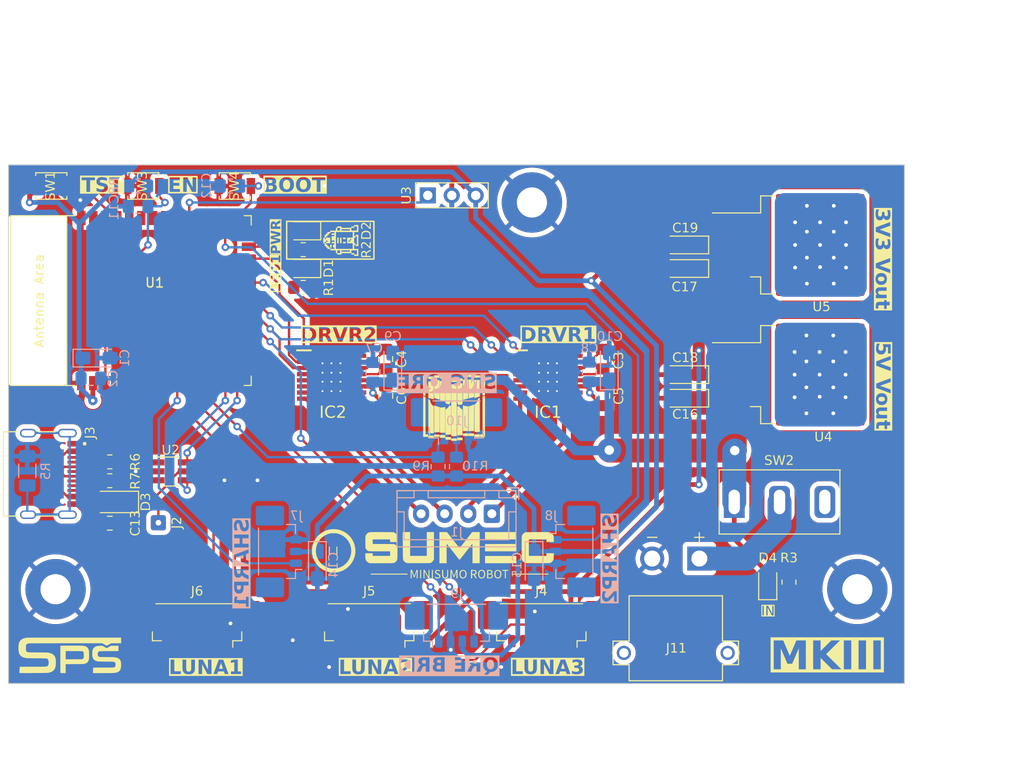
<source format=kicad_pcb>
(kicad_pcb (version 20240108) (generator "pcbnew") (generator_version "8.0")
  (layers (0 "F.Cu" signal) (31 "B.Cu" signal) (34 "B.Paste" user) (35 "F.Paste" user) (36 "B.SilkS" user "B.Silkscreen") (37 "F.SilkS" user "F.Silkscreen") (38 "B.Mask" user) (39 "F.Mask" user) (44 "Edge.Cuts" user))
  (net 0 "")
  (net 1 "GND")
  (net 2 "EN")
  (net 3 "BOOT")
  (net 4 "VBUS 5V")
  (net 5 "IR MODULE")
  (net 6 "+5V")
  (net 7 "TEST PROGRAM")
  (net 8 "D-")
  (net 9 "D+")
  (net 10 "VBATT")
  (net 11 "QRE1113 A")
  (net 12 "QRE1113 B")
  (net 13 "QRE1113 C")
  (net 14 "SHARP 1")
  (net 15 "SHARP 2")
  (net 16 "+3V3")
  (net 17 "Net-(D2-K)")
  (net 18 "Net-(D1-K)")
  (net 19 "SDA")
  (net 20 "SCL")
  (net 21 "D+ IN")
  (net 22 "D- IN")
  (net 23 "Net-(IC2-CPL)")
  (net 25 "Net-(IC2-CPH)")
  (net 26 "Net-(IC2-VCP)")
  (net 27 "PWM1")
  (net 28 "IN1")
  (net 33 "OUT 1A")
  (net 34 "OUT 1B")
  (net 35 "PWM2")
  (net 36 "IN2")
  (net 37 "OUT 2A")
  (net 38 "OUT 2B")
  (net 39 "nSLEEP")
  (net 40 "+12V")
  (net 41 "LED1")
  (net 42 "LED2")
  (net 43 "Net-(D3-A)")
  (net 44 "Net-(R6-Pad2)")
  (net 45 "Net-(IC1-CPL)")
  (net 46 "Net-(IC1-CPH)")
  (net 47 "Net-(IC1-VCP)")
  (net 56 "Net-(J3-SHIELD-PadS1)")
  (net 59 "Net-(J10-Pin_2)")
  (net 60 "Net-(R7-Pad2)")
  (net 78 "Net-(D4-K)")
  (net 79 "unconnected-(U1-SPIIO7{slash}GPIO36{slash}FSPICLK{slash}SUBSPICLK-Pad29)")
  (footprint "sumec-smdV2_library:DRV8874" (layer "F.Cu") (at 124.762 93.025)
    (property "Reference" "IC2")
    (property "Value" "DRV8874PWPR" (hide yes))
  )
  (footprint "Button_Switch_SMD:SW_SPST_B3U-1000P" (layer "F.Cu") (at 95.05 72.75)
    (property "Reference" "SW1")
    (property "Value" "SW_Push" (hide yes))
  )
  (footprint "Button_Switch_SMD:SW_SPST_B3U-1000P" (layer "F.Cu") (at 114.5 72.75)
    (property "Reference" "SW4")
    (property "Value" "SW_Push" (hide yes))
  )
  (footprint "sumec-smdV2_library:R2D2" (layer "F.Cu") (at 125.75 78.5 90)
    (property "Reference" "R20" (hide yes))
    (property "Value" "R" (hide yes))
  )
  (footprint "sumec-smdV2_library:SPS LOGO" (layer "F.Cu") (at 97 122.5)
    (property "Reference" "R4" (hide yes))
    (property "Value" "R" (hide yes))
  )
  (footprint "MountingHole:MountingHole_3.2mm_M3_Pad" (layer "F.Cu") (at 95.5 115.5)
    (property "Reference" "H1" (hide yes))
    (property "Value" "MountingHole_Pad" (hide yes))
  )
  (footprint "sumec-smdV2_library:DRV8874" (layer "F.Cu") (at 147.7 93.025)
    (property "Reference" "IC1")
    (property "Value" "DRV8874PWPR" (hide yes))
  )
  (footprint "Connector_Wire:SolderWire-0.1sqmm_1x01_D0.4mm_OD1mm" (layer "F.Cu") (at 106.4 108.45 90)
    (property "Reference" "J2")
    (property "Value" "Conn_01x01_Pin" (hide yes))
  )
  (footprint "Package_TO_SOT_SMD:TO-263-3_TabPin2" (layer "F.Cu") (at 175.075 92.75)
    (property "Reference" "U4")
    (property "Value" "LM1084-5.0" (hide yes))
  )
  (footprint "Capacitor_SMD:C_0805_2012Metric_Pad1.18x1.45mm_HandSolder" (layer "F.Cu") (at 153.5 91.1 -90)
    (property "Reference" "C3")
    (property "Value" "22nF.hb" (hide yes))
  )
  (footprint "Capacitor_Tantalum_SMD:CP_EIA-3216-18_Kemet-A_Pad1.58x1.35mm_HandSolder" (layer "F.Cu") (at 162.25 79 180)
    (property "Reference" "C19")
    (property "Value" "10uF.stabl" (hide yes))
  )
  (footprint "Resistor_SMD:R_0805_2012Metric_Pad1.20x1.40mm_HandSolder" (layer "F.Cu") (at 173.25 114.75 90)
    (property "Reference" "R3")
    (property "Value" "560R" (hide yes))
  )
  (footprint "Resistor_SMD:R_0805_2012Metric_Pad1.20x1.40mm_HandSolder" (layer "F.Cu") (at 121.75 79.5)
    (property "Reference" "R2")
    (property "Value" "100R" (hide yes))
  )
  (footprint "LED_SMD:LED_0805_2012Metric_Pad1.15x1.40mm_HandSolder" (layer "F.Cu") (at 171 114.75 90)
    (property "Reference" "D4")
    (property "Value" "LED" (hide yes))
  )
  (footprint "Diode_SMD:D_1206_3216Metric_Pad1.42x1.75mm_HandSolder" (layer "F.Cu") (at 101.8375 106.25 180)
    (property "Reference" "D3")
    (property "Value" "D_Schottky" (hide yes))
  )
  (footprint "Capacitor_Tantalum_SMD:CP_EIA-3216-18_Kemet-A_Pad1.58x1.35mm_HandSolder" (layer "F.Cu") (at 162.25 81.5 180)
    (property "Reference" "C17")
    (property "Value" "10uF.stabl" (hide yes))
  )
  (footprint "Resistor_SMD:R_0805_2012Metric_Pad1.20x1.40mm_HandSolder" (layer "F.Cu") (at 101.25 104)
    (property "Reference" "R7")
    (property "Value" "15R" (hide yes))
  )
  (footprint "Resistor_SMD:R_0805_2012Metric_Pad1.20x1.40mm_HandSolder" (layer "F.Cu") (at 121.75 83.5)
    (property "Reference" "R1")
    (property "Value" "100R" (hide yes))
  )
  (footprint "LED_SMD:LED_0805_2012Metric_Pad1.15x1.40mm_HandSolder" (layer "F.Cu") (at 121.75 77.5 180)
    (property "Reference" "D2")
    (property "Value" "LED" (hide yes))
  )
  (footprint "sumec-smdV2_library:AMASS_XT30PW-M" (layer "F.Cu") (at 161.25 122.25 180)
    (property "Reference" "J11")
    (property "Value" "XT30PW-M" (hide yes))
  )
  (footprint "MountingHole:MountingHole_3.2mm_M3_Pad" (layer "F.Cu") (at 146 74.5 180)
    (property "Reference" "H3" (hide yes))
    (property "Value" "MountingHole_Pad" (hide yes))
  )
  (footprint "Package_TO_SOT_SMD:TO-263-3_TabPin2" (layer "F.Cu") (at 175.075 79)
    (property "Reference" "U5")
    (property "Value" "LM1084-3.3" (hide yes))
  )
  (footprint "Resistor_SMD:R_0805_2012Metric_Pad1.20x1.40mm_HandSolder" (layer "F.Cu") (at 101.25 102)
    (property "Reference" "R6")
    (property "Value" "15R" (hide yes))
  )
  (footprint "Capacitor_SMD:C_0805_2012Metric_Pad1.18x1.45mm_HandSolder" (layer "F.Cu") (at 153.5 95 90)
    (property "Reference" "C5")
    (property "Value" "100nF" (hide yes))
  )
  (footprint "Capacitor_SMD:C_0805_2012Metric_Pad1.18x1.45mm_HandSolder" (layer "F.Cu") (at 101.25 108.5 180)
    (property "Reference" "C13")
    (property "Value" "100nF" (hide yes))
  )
  (footprint "Button_Switch_SMD:SW_SPST_B3U-1000P" (layer "F.Cu") (at 104.8 72.75)
    (property "Reference" "SW3")
    (property "Value" "SW_Push" (hide yes))
  )
  (footprint "Connector_Molex:Molex_PicoBlade_53398-0671_1x06-1MP_P1.25mm_Vertical" (layer "F.Cu") (at 128.75 119.75 180)
    (property "Reference" "J5")
    (property "Value" "Conn_01x06_Pin" (hide yes))
  )
  (footprint "PCM_Espressif:ESP32-S3-WROOM-1" (layer "F.Cu") (at 106.49 84.9 90)
    (property "Reference" "U1")
    (property "Value" "ESP32-S3-WROOM-1" (hide yes))
  )
  (footprint "Capacitor_SMD:C_0805_2012Metric_Pad1.18x1.45mm_HandSolder" (layer "F.Cu") (at 130.5 91.1 -90)
    (property "Reference" "C4")
    (property "Value" "22nF.hb" (hide yes))
  )
  (footprint "sumec-smdV2_library:VIGIL 2" (layer "F.Cu") (at 137.75 96.25)
    (property "Reference" "R12" (hide yes))
    (property "Value" "R" (hide yes))
  )
  (footprint "Capacitor_Tantalum_SMD:CP_EIA-3216-18_Kemet-A_Pad1.58x1.35mm_HandSolder" (layer "F.Cu") (at 162.25 92.75 180)
    (property "Reference" "C18")
    (property "Value" "10uF.stabl" (hide yes))
  )
  (footprint "Connector_Molex:Molex_PicoBlade_53398-0671_1x06-1MP_P1.25mm_Vertical" (layer "F.Cu") (at 147 119.75 180)
    (property "Reference" "J4")
    (property "Value" "Conn_01x06_Pin" (hide yes))
  )
  (footprint "Package_TO_SOT_SMD:TSOT-23-6_HandSoldering" (layer "F.Cu") (at 107.75 103)
    (property "Reference" "U2")
    (property "Value" "USBLC6-2SC6" (hide yes))
  )
  (footprint "sumec-smdV2_library:TSOP" (layer "F.Cu") (at 134.96 73.75 90)
    (property "Reference" "U3")
    (property "Value" "TSOP382xx" (hide yes))
  )
  (footprint "Capacitor_SMD:C_0805_2012Metric_Pad1.18x1.45mm_HandSolder" (layer "F.Cu") (at 130.5 95 90)
    (property "Reference" "C6")
    (property "Value" "100nF" (hide yes))
  )
  (footprint "sumec-smdV2_library:Custom_SPDT_4.8mm_Switch" (layer "F.Cu") (at 172.15 106.25 90)
    (property "Reference" "SW2")
    (property "Value" "SW_DPDT_x2" (hide yes))
  )
  (footprint "sumec-smdV2_library:Logo" (layer "F.Cu") (at 134.972632 112.08431)
    (property "Reference" "R21" (hide yes))
    (property "Value" "R" (hide yes))
  )
  (footprint "LED_SMD:LED_0805_2012Metric_Pad1.15x1.40mm_HandSolder" (layer "F.Cu") (at 121.75 81.5 180)
    (property "Reference" "D1")
    (property "Value" "LED" (hide yes))
  )
  (footprint "sumec-smdV2_library:USB_Type_C" (layer "F.Cu") (at 92.58 103.275 -90)
    (property "Reference" "J3")
    (property "Value" "TYPE-C-31-M-12" (hide yes))
  )
  (footprint "Connector_Molex:Molex_PicoBlade_53398-0671_1x06-1MP_P1.25mm_Vertical" (layer "F.Cu") (at 110.5 119.75 180)
    (property "Reference" "J6")
    (property "Value" "Conn_01x06_Pin" (hide yes))
  )
  (footprint "MountingHole:MountingHole_3.2mm_M3_Pad" (layer "F.Cu") (at 180.5 115.5 180)
    (property "Reference" "H2" (hide yes))
    (property "Value" "MountingHole_Pad" (hide yes))
  )
  (footprint "Capacitor_Tantalum_SMD:CP_EIA-3216-18_Kemet-A_Pad1.58x1.35mm_HandSolder" (layer "F.Cu") (at 162.25 95.25 180)
    (property "Reference" "C16")
    (property "Value" "10uF.stabl" (hide yes))
  )
  (footprint "Capacitor_Tantalum_SMD:CP_EIA-3216-18_Kemet-A_Pad1.58x1.35mm_HandSolder" (layer "B.Cu") (at 99.8375 91)
    (property "Reference" "C1")
    (property "Value" "10uF.mcu" (hide yes))
  )
  (footprint "Connector_Molex:Molex_PicoBlade_53398-0371_1x03-1MP_P1.25mm_Vertical" (layer "B.Cu") (at 138 98.25)
    (property "Reference" "J10")
    (property "Value" "Conn_01x03_Pin" (hide yes))
  )
  (footprint "Capacitor_SMD:C_0805_2012Metric_Pad1.18x1.45mm_HandSolder" (layer "B.Cu") (at 99.2375 93.15)
    (property "Reference" "C2")
    (property "Value" "100nF.mcu" (hide yes))
  )
  (footprint "Resistor_SMD:R_1206_3216Metric_Pad1.30x1.75mm_HandSolder" (layer "B.Cu") (at 92.5 102.95 90)
    (property "Reference" "R5")
    (property "Value" "0R" (hide yes))
  )
  (footprint "Capacitor_SMD:C_0805_2012Metric_Pad1.18x1.45mm_HandSolder" (layer "B.Cu") (at 129.15 92.5 -90)
    (property "Reference" "C7")
    (property "Value" "100nF.hb" (hide yes))
  )
  (footprint "Capacitor_SMD:C_0805_2012Metric_Pad1.18x1.45mm_HandSolder" (layer "B.Cu") (at 104.25 74.9 180)
    (property "Reference" "C11")
    (property "Value" "100nF.en" (hide yes))
  )
  (footprint "Capacitor_Tantalum_SMD:CP_EIA-3216-18_Kemet-A_Pad1.58x1.35mm_HandSolder" (layer "B.Cu") (at 131.25 91.9 90)
    (property "Reference" "C9")
    (property "Value" "10uF.hb" (hide yes))
  )
  (footprint "Resistor_SMD:R_0805_2012Metric_Pad1.20x1.40mm_HandSolder" (layer "B.Cu") (at 104.25 72.75 180)
    (property "Reference" "R8")
    (property "Value" "10k.mcu" (hide yes))
  )
  (footprint "Connector_Molex:Molex_PicoBlade_53398-0371_1x03-1MP_P1.25mm_Vertical" (layer "B.Cu") (at 149.75 111.5 -90)
    (property "Reference" "J8")
    (property "Value" "Conn_01x03_Pin" (hide yes))
  )
  (footprint "Connector_JST:JST_XH_B4B-XH-A_1x04_P2.50mm_Vertical" (layer "B.Cu") (at 141.75 107.5 180)
    (property "Reference" "J1")
    (property "Value" "Conn_01x04_Pin" (hide yes))
  )
  (footprint "Capacitor_Tantalum_SMD:CP_EIA-3216-18_Kemet-A_Pad1.58x1.35mm_HandSolder" (layer "B.Cu") (at 146.225 112.9375 -90)
    (property "Reference" "C15")
    (property "Value" "10uF.shrp" (hide yes))
  )
  (footprint "Capacitor_SMD:C_0805_2012Metric_Pad1.18x1.45mm_HandSolder" (layer "B.Cu") (at 152.1 92.4625 -90)
    (property "Reference" "C8")
    (property "Value" "100nF.hb" (hide yes))
  )
  (footprint "Capacitor_Tantalum_SMD:CP_EIA-3216-18_Kemet-A_Pad1.58x1.35mm_HandSolder" (layer "B.Cu") (at 154.2 91.8625 90)
    (property "Reference" "C10")
    (property "Value" "10uF.hb" (hide yes))
  )
  (footprint "Resistor_SMD:R_0805_2012Metric_Pad1.20x1.40mm_HandSolder" (layer "B.Cu") (at 136.05 102.5 90)
    (property "Reference" "R9")
    (property "Value" "10k" (hide yes))
  )
  (footprint "Connector_Molex:Molex_PicoBlade_53398-0371_1x03-1MP_P1.25mm_Vertical" (layer "B.Cu") (at 119.725 111.5 90)
    (property "Reference" "J7")
    (property "Value" "Conn_01x03_Pin" (hide yes))
  )
  (footprint "Connector_Molex:Molex_PicoBlade_53398-0471_1x04-1MP_P1.25mm_Vertical" (layer "B.Cu") (at 138 119.8)
    (property "Reference" "J9")
    (property "Value" "Conn_01x04_Pin" (hide yes))
  )
  (footprint "Capacitor_Tantalum_SMD:CP_EIA-3216-18_Kemet-A_Pad1.58x1.35mm_HandSolder" (layer "B.Cu") (at 123.25 112.9375 -90)
    (property "Reference" "C14")
    (property "Value" "10uF.shrp" (hide yes))
  )
  (footprint "Capacitor_SMD:C_0805_2012Metric_Pad1.18x1.45mm_HandSolder" (layer "B.Cu") (at 114 72.75 180)
    (property "Reference" "C12")
    (property "Value" "100nF.boot" (hide yes))
  )
  (footprint "Resistor_SMD:R_0805_2012Metric_Pad1.20x1.40mm_HandSolder" (layer "B.Cu") (at 138 102.5 90)
    (property "Reference" "R10")
    (property "Value" "100" (hide yes))
  )
  (gr_rect (start 120 76.5) (end 129.25 80.5) (stroke (width 0.15)) (fill none) (layer "F.SilkS"))
  (gr_rect (start 90.5 70.5) (end 185.5 125.5) (stroke (width 0.1)) (fill none) (layer "Edge.Cuts"))
  (gr_text "SHARP1" (at 116.218812 108 90) (layer "B.SilkS" knockout) (effects (font (size 1.5 1.5) (thickness 0.3) (bold yes)) (justify left bottom mirror)))
  (gr_text "QRE BRD" (at 142.5 124.5 -0) (layer "B.SilkS" knockout) (effects (font (size 1.5 1.5) (thickness 0.3) (bold yes)) (justify left bottom mirror)))
  (gr_text "SNG QRE" (at 142.25 94.5 0) (layer "B.SilkS" knockout) (effects (font (size 1.5 1.5) (thickness 0.3) (bold yes)) (justify left bottom mirror)))
  (gr_text "SHARP2" (at 155.25 107.5 90) (layer "B.SilkS" knockout) (effects (font (size 1.5 1.5) (thickness 0.3) (bold yes)) (justify left bottom mirror)))
  (gr_text "MKIII" (at 171.25 124.5 0) (layer "F.SilkS" knockout) (effects (font (size 3 3) (thickness 0.3) (bold yes)) (justify left bottom)))
  (gr_text "BOOT" (at 117.5 72.75 0) (layer "F.SilkS" knockout) (effects (font (size 1.5 1.5) (thickness 0.3) (bold yes)) (justify left)))
  (gr_text "LED1" (at 119.5 84 90) (layer "F.SilkS" knockout) (effects (font (size 1 1) (thickness 0.125) (bold yes)) (justify left bottom)))
  (gr_text "TST" (at 98.25 72.75 0) (layer "F.SilkS" knockout) (effects (font (size 1.5 1.5) (thickness 0.3) (bold yes)) (justify left)))
  (gr_text "5V Vout" (at 182.25 89.3 270) (layer "F.SilkS" knockout) (effects (font (size 1.5 1.5) (thickness 0.3) (bold yes)) (justify left bottom)))
  (gr_text "LUNA1" (at 107.5 124.75 0) (layer "F.SilkS" knockout) (effects (font (size 1.5 1.5) (thickness 0.3) (bold yes)) (justify left bottom)))
  (gr_text "3V3 Vout" (at 182.2 75.1 270) (layer "F.SilkS" knockout) (effects (font (size 1.5 1.5) (thickness 0.3) (bold yes)) (justify left bottom)))
  (gr_text "PWR" (at 119.5 80 90) (layer "F.SilkS" knockout) (effects (font (size 1 1) (thickness 0.125) (bold yes)) (justify left bottom)))
  (gr_text "LUNA2" (at 125.5 124.75 0) (layer "F.SilkS" knockout) (effects (font (size 1.5 1.5) (thickness 0.3) (bold yes)) (justify left bottom)))
  (gr_text "LUNA3" (at 143.75 124.75 0) (layer "F.SilkS" knockout) (effects (font (size 1.5 1.5) (thickness 0.3) (bold yes)) (justify left bottom)))
  (gr_text "EN" (at 109 72.75 0) (layer "F.SilkS" knockout) (effects (font (size 1.5 1.5) (thickness 0.3) (bold yes))))
  (gr_text "DRVR2" (at 121.5 89.5 0) (layer "F.SilkS" knockout) (effects (font (size 1.5 1.5) (thickness 0.3) (bold yes)) (justify left bottom)))
  (gr_text "DRVR1" (at 144.75 89.5 0) (layer "F.SilkS" knockout) (effects (font (size 1.5 1.5) (thickness 0.3) (bold yes)) (justify left bottom)))
  (segment (start 97.32 100.05) (end 97.345 100.075) (width 0.508) (layer "F.Cu") (net 1))
  (segment (start 147.688 93.025) (end 147 92.337) (width 0.508) (layer "F.Cu") (net 1))
  (segment (start 123.9 91.5) (end 123.9 90.6) (width 0.508) (layer "F.Cu") (net 1))
  (segment (start 148.6 91.5) (end 148.5 91.4) (width 0.508) (layer "F.Cu") (net 1))
  (segment (start 148.5 90.6) (end 147.7 89.8) (width 0.508) (layer "F.Cu") (net 1))
  (segment (start 127.688 95.3) (end 127.688 96.388) (width 0.45) (layer "F.Cu") (net 1))
  (segment (start 106.04 103) (end 104 103) (width 0.5) (layer "F.Cu") (net 1))
  (segment (start 97.75 106.45) (end 98.5 107.2) (width 0.508) (layer "F.Cu") (net 1))
  (segment (start 150.626 91.4) (end 150.626 89.75) (width 0.45) (layer "F.Cu") (net 1))
  (segment (start 147 92.337) (end 147 90.5) (width 0.508) (layer "F.Cu") (net 1))
  (segment (start 97.32 106.45) (end 97.75 106.45) (width 0.508) (layer "F.Cu") (net 1))
  (segment (start 147.7 92.5) (end 147.7 89.8) (width 1.27) (layer "F.Cu") (net 1))
  (segment (start 145.125 121) (end 146.375 121) (width 0.254) (layer "F.Cu") (net 1))
  (segment (start 127.688 91.4) (end 127.688 89.812) (width 0.45) (layer "F.Cu") (net 1))
  (segment (start 123.9 90.6) (end 124.75 89.75) (width 0.508) (layer "F.Cu") (net 1))
  (segment (start 147 90.5) (end 147.7 89.8) (width 0.508) (layer "F.Cu") (net 1))
  (segment (start 97.345 100.075) (end 99.975 100.075) (width 0.508) (layer "F.Cu") (net 1))
  (segment (start 148.5 91.4) (end 148.5 90.6) (width 0.508) (layer "F.Cu") (net 1))
  (segment (start 109.875 121) (end 108.625 121) (width 0.254) (layer "F.Cu") (net 1))
  (segment (start 98.5 107.2) (end 98.5 110) (width 0.508) (layer "F.Cu") (net 1))
  (segment (start 150.626 95.3) (end 150.626 96.4) (width 0.45) (layer "F.Cu") (net 1))
  (segment (start 125.6 90.6) (end 124.75 89.75) (width 0.508) (layer "F.Cu") (net 1))
  (segment (start 125.6 91.5) (end 125.6 90.6) (width 0.508) (layer "F.Cu") (net 1))
  (segment (start 124.75 89.75) (end 124.75 92.55) (width 1.27) (layer "F.Cu") (net 1))
  (segment (start 126.875 121) (end 128.125 121) (width 0.254) (layer "F.Cu") (net 1))
  (segment (start 122.75 79.5) (end 124.5 79.5) (width 1) (layer "F.Cu") (net 1))
  (via (at 123.8 94.5) (size 0.5) (drill 0.2) (layers "F.Cu" "B.Cu") (net 1))
  (via (at 124.5 123.75) (size 0.8) (drill 0.4) (layers "F.Cu" "B.Cu") (net 1))
  (via (at 146.75 94.5) (size 0.5) (drill 0.2) (layers "F.Cu" "B.Cu") (net 1))
  (via (at 104 103) (size 0.8) (drill 0.4) (layers "F.Cu" "B.Cu") (net 1))
  (via (at 146.75 93.5) (size 0.5) (drill 0.2) (layers "F.Cu" "B.Cu") (net 1))
  (via (at 120.65 120.904) (size 0.8) (drill 0.4) (layers "F.Cu" "B.Cu") (net 1))
  (via (at 148.65 91.55) (size 0.5) (drill 0.2) (layers "F.Cu" "B.Cu") (net 1))
  (via (at 123.8 91.55) (size 0.5) (drill 0.2) (layers "F.Cu" "B.Cu") (net 1))
  (via (at 148.65 92.55) (size 0.5) (drill 0.2) (layers "F.Cu" "B.Cu") (net 1))
  (via (at 146.75 91.55) (size 0.5) (drill 0.2) (layers "F.Cu" "B.Cu") (net 1))
  (via (at 98.119748 74.241352) (size 0.8) (drill 0.4) (layers "F.Cu" "B.Cu") (net 1))
  (via (at 124 72.75) (size 0.8) (drill 0.4) (layers "F.Cu" "B.Cu") (net 1))
  (via (at 142.75 123.75) (size 0.8) (drill 0.4) (layers "F.Cu" "B.Cu") (net 1))
  (via (at 146.304 117.856) (size 0.8) (drill 0.4) (layers "F.Cu" "B.Cu") (net 1))
  (via (at 147.7 91.55) (size 0.5) (drill 0.2) (layers "F.Cu" "B.Cu") (net 1))
  (via (at 123.8 92.55) (size 0.5) (drill 0.2) (layers "F.Cu" "B.Cu") (net 1))
  (via (at 147.7 92.55) (size 0.5) (drill 0.2) (layers "F.Cu" "B.Cu") (net 1))
  (via (at 125.7 92.55) (size 0.5) (drill 0.2) (layers "F.Cu" "B.Cu") (net 1))
  (via (at 114.046 119.126) (size 0.8) (drill 0.4) (layers "F.Cu" "B.Cu") (net 1))
  (via (at 123.8 93.5) (size 0.5) (drill 0.2) (layers "F.Cu" "B.Cu") (net 1))
  (via (at 124.75 92.55) (size 0.5) (drill 0.2) (layers "F.Cu" "B.Cu") (net 1))
  (via (at 146.75 92.55) (size 0.5) (drill 0.2) (layers "F.Cu" "B.Cu") (net 1))
  (via (at 147.7 93.5) (size 0.5) (drill 0.2) (layers "F.Cu" "B.Cu") (net 1))
  (via (at 124.75 93.5) (size 0.5) (drill 0.2) (layers "F.Cu" "B.Cu") (net 1))
  (via (at 125.7 94.5) (size 0.5) (drill 0.2) (layers "F.Cu" "B.Cu") (net 1))
  (via (at 147.7 94.5) (size 0.5) (drill 0.2) (layers "F.Cu" "B.Cu") (net 1))
  (via (at 116.9 103.95) (size 0.8) (drill 0.4) (layers "F.Cu" "B.Cu") (net 1))
  (via (at 124.75 91.55) (size 0.5) (drill 0.2) (layers "F.Cu" "B.Cu") (net 1))
  (via (at 137.4 121.92) (size 0.8) (drill 0.4) (layers "F.Cu" "B.Cu") (net 1))
  (via (at 148.65 94.5) (size 0.5) (drill 0.2) (layers "F.Cu" "B.Cu") (net 1))
  (via (at 125.7 93.5) (size 0.5) (drill 0.2) (layers "F.Cu" "B.Cu") (net 1))
  (via (at 125.7 91.55) (size 0.5) (drill 0.2) (layers "F.Cu" "B.Cu") (net 1))
  (via (at 148.65 93.5) (size 0.5) (drill 0.2) (layers "F.Cu" "B.Cu") (net 1))
  (via (at 113.4 103.947167) (size 0.8) (drill 0.4) (layers "F.Cu" "B.Cu") (net 1))
  (via (at 124.75 94.5) (size 0.5) (drill 0.2) (layers "F.Cu" "B.Cu") (net 1))
  (via (at 126.492 117.602) (size 0.8) (drill 0.4) (layers "F.Cu" "B.Cu") (net 1))
  (segment (start 112.9625 72.75) (end 109.75 72.75) (width 1) (layer "B.Cu") (net 1))
  (segment (start 100.78 93.65) (end 100.78 83.52) (width 0.254) (layer "F.Cu") (net 2))
  (segment (start 100.78 83.52) (end 105.3 79) (width 0.254) (layer "F.Cu") (net 2))
  (segment (start 106.5 73.9) (end 106.5 72.75) (width 0.254) (layer "F.Cu") (net 2))
  (segment (start 107.1 74.5) (end 106.5 73.9) (width 0.254) (layer "F.Cu") (net 2))
  (via (at 105.3 79) (size 0.8) (drill 0.4) (layers "F.Cu" "B.Cu") (net 2))
  (via (at 107.1 74.5) (size 0.8) (drill 0.4) (layers "F.Cu" "B.Cu") (net 2))
  (segment (start 105.2875 78.9875) (end 105.2875 74.9) (width 0.254) (layer "B.Cu") (net 2))
  (segment (start 107.1 74.5) (end 106.7 74.9) (width 0.254) (layer "B.Cu") (net 2))
  (segment (start 106.7 74.9) (end 105.2875 74.9) (width 0.254) (layer "B.Cu") (net 2))
  (segment (start 105.2875 74.9) (end 105.2875 72.7875) (width 0.254) (layer "B.Cu") (net 2))
  (segment (start 105.3 79) (end 105.2875 78.9875) (width 0.254) (layer "B.Cu") (net 2))
  (segment (start 116.2 72.75) (end 116.2 74.55) (width 0.254) (layer "F.Cu") (net 3))
  (segment (start 117 72.75) (end 116.2 72.75) (width 0.254) (layer "F.Cu") (net 3))
  (segment (start 116.2 74.55) (end 114.75 76) (width 0.254) (layer "F.Cu") (net 3))
  (segment (start 114.75 76) (end 114.75 76.15) (width 0.254) (layer "F.Cu") (net 3))
  (via (at 117 72.75) (size 0.8) (drill 0.4) (layers "F.Cu" "B.Cu") (net 3))
  (segment (start 117 72.75) (end 115.25 72.75) (width 0.254) (layer "B.Cu") (net 3))
  (segment (start 106.4 108.45) (end 106.4 107.12538) (width 0.25) (layer "F.Cu") (net 4))
  (segment (start 102.2875 108.45) (end 102.2875 107.2875) (width 0.25) (layer "F.Cu") (net 4))
  (segment (start 102.2875 107.2875) (end 103.325 106.25) (width 0.25) (layer "F.Cu") (net 4))
  (segment (start 108.6 103) (end 109.46 103) (width 0.25) (layer "F.Cu") (net 4))
  (segment (start 105.52462 106.25) (end 107.8 103.97462) (width 0.25) (layer "F.Cu") (net 4))
  (segment (start 103.325 106.25) (end 105.52462 106.25) (width 0.25) (layer "F.Cu") (net 4))
  (segment (start 106.4 107.12538) (end 105.52462 106.25) (width 0.25) (layer "F.Cu") (net 4))
  (segment (start 107.8 103.97462) (end 107.8 103.8) (width 0.25) (layer "F.Cu") (net 4))
  (segment (start 107.8 103.8) (end 108.6 103) (width 0.25) (layer "F.Cu") (net 4))
  (segment (start 109.7 74.5) (end 109.67 74.53) (width 0.254) (layer "F.Cu") (net 5))
  (segment (start 109.67 74.53) (end 109.67 76.15) (width 0.254) (layer "F.Cu") (net 5))
  (via (at 109.7 74.5) (size 0.8) (drill 0.4) (layers "F.Cu" "B.Cu") (net 5))
  (segment (start 134.21 74.5) (end 134.96 73.75) (width 0.254) (layer "B.Cu") (net 5))
  (segment (start 109.7 74.5) (end 134.21 74.5) (width 0.254) (layer "B.Cu") (net 5))
  (segment (start 167.425 92.75) (end 165.35 92.75) (width 1.27) (layer "F.Cu") (net 6))
  (segment (start 163.7 90.2) (end 163.7 93.05) (width 0.508) (layer "F.Cu") (net 6))
  (segment (start 163.6875 92.75) (end 169.5 92.75) (width 1.27) (layer "F.Cu") (net 6))
  (segment (start 163.7 104.4) (end 161.5 104.4) (width 0.508) (layer "F.Cu") (net 6))
  (segment (start 169.71 81.5) (end 163.6875 81.5) (width 1.27) (layer "F.Cu") (net 6))
  (segment (start 163.6875 81.5) (end 167.385 81.5) (width 1.27) (layer "F.Cu") (net 6))
  (segment (start 163.6875 92.75) (end 163.6875 81.5) (width 1.27) (layer "F.Cu") (net 6))
  (segment (start 122.25 115.75) (end 117 121) (width 0.508) (layer "F.Cu") (net 6))
  (segment (start 131.875 121) (end 131.875 118.375) (width 0.508) (layer "F.Cu") (net 6))
  (segment (start 150.15 115.75) (end 150.125 115.775) (width 0.508) (layer "F.Cu") (net 6))
  (segment (start 140.25 115.75) (end 135 121) (width 0.508) (layer "F.Cu") (net 6))
  (segment (start 150.125 115.775) (end 150.125 121) (width 0.508) (layer "F.Cu") (net 6))
  (segment (start 150.15 115.75) (end 140.25 115.75) (width 0.508) (layer "F.Cu") (net 6))
  (segment (start 135 121) (end 131.875 121) (width 0.508) (layer "F.Cu") (net 6))
  (segment (start 129.25 115.75) (end 122.25 115.75) (width 0.508) (layer "F.Cu") (net 6))
  (segment (start 117 121) (end 113.625 121) (width 0.508) (layer "F.Cu") (net 6))
  (segment (start 161.5 104.4) (end 150.15 115.75) (width 0.508) (layer "F.Cu") (net 6))
  (segment (start 131.875 118.375) (end 129.25 115.75) (width 0.508) (layer "F.Cu") (net 6))
  (via (at 176.5 90.35) (size 0.8) (drill 0.4) (layers "F.Cu" "B.Cu") (net 6))
  (via (at 163.7 104.4) (size 0.8) (drill 0.4) (layers "F.Cu" "B.Cu") (net 6))
  (via (at 177.95 91.35) (size 0.8) (drill 0.4) (layers "F.Cu" "B.Cu") (net 6))
  (via (at 179.25 90.35) (size 0.8) (drill 0.4) (layers "F.Cu" "B.Cu") (net 6))
  (via (at 175.1 94.1) (size 0.8) (drill 0.4) (layers "F.Cu" "B.Cu") (net 6))
  (via (at 176.5 95.1) (size 0.8) (drill 0.4) (layers "F.Cu" "B.Cu") (net 6))
  (via (at 177.95 94.1) (size 0.8) (drill 0.4) (layers "F.Cu" "B.Cu") (net 6))
  (via (at 175.1 91.35) (size 0.8) (drill 0.4) (layers "F.Cu" "B.Cu") (net 6))
  (via (at 173.85 95.15) (size 0.8) (drill 0.4) (layers "F.Cu" "B.Cu") (net 6))
  (via (at 175.1 96.85) (size 0.8) (drill 0.4) (layers "F.Cu" "B.Cu") (net 6))
  (via (at 177.95 88.6) (size 0.8) (drill 0.4) (layers "F.Cu" "B.Cu") (net 6))
  (via (at 177.95 96.85) (size 0.8) (drill 0.4) (layers "F.Cu" "B.Cu") (net 6))
  (via (at 173.85 92.75) (size 0.8) (drill 0.4) (layers "F.Cu" "B.Cu") (net 6))
  (via (at 175.1 88.6) (size 0.8) (drill 0.4) (layers "F.Cu" "B.Cu") (net 6))
  (via (at 179.25 95.15) (size 0.8) (drill 0.4) (layers "F.Cu" "B.Cu") (net 6))
  (via (at 179.25 92.75) (size 0.8) (drill 0.4) (layers "F.Cu" "B.Cu") (net 6))
  (via (at 176.5 92.75) (size 0.8) (drill 0.4) (layers "F.Cu" "B.Cu") (net 6))
  (via (at 163.7 90.2) (size 0.8) (drill 0.4) (layers "F.Cu" "B.Cu") (net 6))
  (via (at 173.85 90.35) (size 0.8) (drill 0.4) (layers "F.Cu" "B.Cu") (net 6))
  (segment (start 163.7 90.2) (end 163.7 104.4) (width 0.508) (layer "B.Cu") (net 6))
  (segment (start 98.384 72.75) (end 100.78 75.146) (width 0.254) (layer "F.Cu") (net 7))
  (segment (start 96.75 72.75) (end 98.384 72.75) (width 0.254) (layer "F.Cu") (net 7))
  (segment (start 100.78 75.146) (end 100.78 76.15) (width 0.254) (layer "F.Cu") (net 7))
  (segment (start 113.5 95.5) (end 113.5 93.67) (width 0.254) (layer "F.Cu") (net 8))
  (segment (start 113.5 93.67) (end 113.48 93.65) (width 0.254) (layer "F.Cu") (net 8))
  (segment (start 109.45 105) (end 109.46 104.99) (width 0.2) (layer "F.Cu") (net 8))
  (segment (start 109.46 104.99) (end 109.46 103.95) (width 0.2) (layer "F.Cu") (net 8))
  (via (at 109.45 105) (size 0.8) (drill 0.4) (layers "F.Cu" "B.Cu") (net 8))
  (via (at 113.5 95.5) (size 0.8) (drill 0.4) (layers "F.Cu" "B.Cu") (net 8))
  (segment (start 109.45 105) (end 108.723 104.273) (width 0.254) (layer "B.Cu") (net 8))
  (segment (start 108.723 104.273) (end 108.723 100.277) (width 0.254) (layer "B.Cu") (net 8))
  (segment (start 108.723 100.277) (end 113.5 95.5) (width 0.254) (layer "B.Cu") (net 8))
  (segment (start 109.45 101.05) (end 109.46 101.06) (width 0.2) (layer "F.Cu") (net 9))
  (segment (start 114.75 95.5) (end 114.75 93.65) (width 0.254) (layer "F.Cu") (net 9))
  (segment (start 109.46 101.06) (end 109.46 102.05) (width 0.2) (layer "F.Cu") (net 9))
  (via (at 114.75 95.5) (size 0.8) (drill 0.4) (layers "F.Cu" "B.Cu") (net 9))
  (via (at 109.45 101.05) (size 0.8) (drill 0.4) (layers "F.Cu" "B.Cu") (net 9))
  (segment (start 109.45 101.05) (end 109.45 100.8) (width 0.254) (layer "B.Cu") (net 9))
  (segment (start 109.45 100.8) (end 114.75 95.5) (width 0.254) (layer "B.Cu") (net 9))
  (segment (start 172.25 108.75) (end 168.75 112.25) (width 2.54) (layer "B.Cu") (net 10))
  (segment (start 168.75 112.25) (end 163.75 112.25) (width 2.54) (layer "B.Cu") (net 10))
  (segment (start 172.25 106.25) (end 172.25 108.75) (width 2.54) (layer "B.Cu") (net 10))
  (segment (start 119.25 99.25) (end 119.25 91.75) (width 0.254) (layer "F.Cu") (net 11))
  (segment (start 119.25 91.75) (end 116.845 89.345) (width 0.254) (layer "F.Cu") (net 11))
  (segment (start 135.25 115.25) (end 119.25 99.25) (width 0.254) (layer "F.Cu") (net 11))
  (segment (start 116.845 89.345) (end 116 89.345) (width 0.254) (layer "F.Cu") (net 11))
  (via (at 135.25 115.25) (size 0.8) (drill 0.4) (layers "F.Cu" "B.Cu") (net 11))
  (segment (start 136.125 116.125) (end 136.125 121.05) (width 0.254) (layer "B.Cu") (net 11))
  (segment (start 135.25 115.25) (end 136.125 116.125) (width 0.254) (layer "B.Cu") (net 11))
  (segment (start 116 88.075) (end 117.004 88.075) (width 0.254) (layer "F.Cu") (net 12))
  (segment (start 121.5 99.5) (end 137.25 115.25) (width 0.254) (layer "F.Cu") (net 12))
  (segment (start 118.179 89.25) (end 118.25 89.25) (width 0.254) (layer "F.Cu") (net 12))
  (segment (start 117.004 88.075) (end 118.179 89.25) (width 0.254) (layer "F.Cu") (net 12))
  (via (at 137.25 115.25) (size 0.8) (drill 0.4) (layers "F.Cu" "B.Cu") (net 12))
  (via (at 121.5 99.5) (size 0.8) (drill 0.4) (layers "F.Cu" "B.Cu") (net 12))
  (via (at 118.25 89.25) (size 0.8) (drill 0.4) (layers "F.Cu" "B.Cu") (net 12))
  (segment (start 121.5 99.5) (end 121.5 92.5) (width 0.254) (layer "B.Cu") (net 12))
  (segment (start 121.5 92.5) (end 118.25 89.25) (width 0.254) (layer "B.Cu") (net 12))
  (segment (start 137.25 115.25) (end 139.875 117.875) (width 0.254) (layer "B.Cu") (net 12))
  (segment (start 139.875 117.875) (end 139.875 121.05) (width 0.254) (layer "B.Cu") (net 12))
  (segment (start 114.75 98.25) (end 112.21 95.71) (width 0.254) (layer "F.Cu") (net 13))
  (segment (start 112.21 95.71) (end 112.21 93.65) (width 0.254) (layer "F.Cu") (net 13))
  (via (at 114.75 98.25) (size 0.8) (drill 0.4) (layers "F.Cu" "B.Cu") (net 13))
  (segment (start 118 101.5) (end 136.05 101.5) (width 0.254) (layer "B.Cu") (net 13))
  (segment (start 136.05 100.2) (end 136.05 101.5) (width 0.254) (layer "B.Cu") (net 13))
  (segment (start 114.75 98.25) (end 118 101.5) (width 0.254) (layer "B.Cu") (net 13))
  (segment (start 136.75 99.5) (end 136.05 100.2) (width 0.254) (layer "B.Cu") (net 13))
  (segment (start 108.4 95.5) (end 108.4 93.65) (width 0.254) (layer "F.Cu") (net 14))
  (via (at 108.4 95.5) (size 0.8) (drill 0.4) (layers "F.Cu" "B.Cu") (net 14))
  (segment (start 108.4 95.5) (end 106.45 97.45) (width 0.254) (layer "B.Cu") (net 14))
  (segment (start 106.45 97.45) (end 106.45 104.75) (width 0.254) (layer "B.Cu") (net 14))
  (segment (start 114.45 112.75) (end 120.975 112.75) (width 0.254) (layer "B.Cu") (net 14))
  (segment (start 106.45 104.75) (end 114.45 112.75) (width 0.254) (layer "B.Cu") (net 14))
  (segment (start 113.48 79.23) (end 113.48 76.15) (width 0.254) (layer "F.Cu") (net 15))
  (segment (start 113.5 79.25) (end 113.48 79.23) (width 0.254) (layer "F.Cu") (net 15))
  (via (at 113.5 79.25) (size 0.8) (drill 0.4) (layers "F.Cu" "B.Cu") (net 15))
  (segment (start 122.25 85.25) (end 151.75 85.25) (width 0.254) (layer "B.Cu") (net 15))
  (segment (start 152.71875 110.25) (end 148.5 110.25) (width 0.254) (layer "B.Cu") (net 15))
  (segment (start 116.25 79.25) (end 122.25 85.25) (width 0.254) (layer "B.Cu") (net 15))
  (segment (start 113.5 79.25) (end 116.25 79.25) (width 0.254) (layer "B.Cu") (net 15))
  (segment (start 157.25 105.71875) (end 152.71875 110.25) (width 0.254) (layer "B.Cu") (net 15))
  (segment (start 151.75 85.25) (end 157.25 90.75) (width 0.254) (layer "B.Cu") (net 15))
  (segment (start 157.25 90.75) (end 157.25 105.71875) (width 0.254) (layer "B.Cu") (net 15))
  (segment (start 161.7375 77.05) (end 163.6875 79) (width 0.508) (layer "F.Cu") (net 16))
  (segment (start 92.75 74.5) (end 92.75 73.75) (width 0.508) (layer "F.Cu") (net 16))
  (segment (start 158.05 77.05) (end 161.7375 77.05) (width 0.508) (layer "F.Cu") (net 16))
  (segment (start 93.35 73.15) (end 93.35 72.75) (width 0.508) (layer "F.Cu") (net 16))
  (segment (start 93.1 73.4) (end 93.1 72.75) (width 0.254) (layer "F.Cu") (net 16))
  (segment (start 99.45 93.71) (end 99.51 93.65) (width 0.508) (layer "F.Cu") (net 16))
  (segment (start 163.6875 79) (end 169.75 79) (width 1.27) (layer "F.Cu") (net 16))
  (segment (start 152.3 82.8) (end 158.05 77.05) (width 0.508) (layer "F.Cu") (net 16))
  (segment (start 99.45 95.5) (end 99.45 93.71) (width 0.508) (layer "F.Cu") (net 16))
  (segment (start 92.75 73.75) (end 93.35 73.15) (width 0.508) (layer "F.Cu") (net 16))
  (via (at 178 80.35) (size 0.8) (drill 0.4) (layers "F.Cu" "B.Cu") (net 16))
  (via (at 178 74.85) (size 0.8) (drill 0.4) (layers "F.Cu" "B.Cu") (net 16))
  (via (at 173.9 81.4) (size 0.8) (drill 0.4) (layers "F.Cu" "B.Cu") (net 16))
  (via (at 176.55 79) (size 0.8) (drill 0.4) (layers "F.Cu" "B.Cu") (net 16))
  (via (at 175.15 83.1) (size 0.8) (drill 0.4) (layers "F.Cu" "B.Cu") (net 16))
  (via (at 178 83.1) (size 0.8) (drill 0.4) (layers "F.Cu" "B.Cu") (net 16))
  (via (at 173.9 76.6) (size 0.8) (drill 0.4) (layers "F.Cu" "B.Cu") (net 16))
  (via (at 175.15 80.35) (size 0.8) (drill 0.4) (layers "F.Cu" "B.Cu") (net 16))
  (via (at 99.45 95.5) (size 0.8) (drill 0.4) (layers "F.Cu" "B.Cu") (net 16))
  (via (at 176.55 81.35) (size 0.8) (drill 0.4) (layers "F.Cu" "B.Cu") (net 16))
  (via (at 176.55 76.6) (size 0.8) (drill 0.4) (layers "F.Cu" "B.Cu") (net 16))
  (via (at 178 77.6) (size 0.8) (drill 0.4) (layers "F.Cu" "B.Cu") (net 16))
  (via (at 179.3 79) (size 0.8) (drill 0.4) (layers "F.Cu" "B.Cu") (net 16))
  (via (at 92.75 74.5) (size 0.8) (drill 0.4) (layers "F.Cu" "B.Cu") (net 16))
  (via (at 179.3 76.6) (size 0.8) (drill 0.4) (layers "F.Cu" "B.Cu") (net 16))
  (via (at 179.3 81.4) (size 0.8) (drill 0.4) (layers "F.Cu" "B.Cu") (net 16))
  (via (at 175.15 77.6) (size 0.8) (drill 0.4) (layers "F.Cu" "B.Cu") (net 16))
  (via (at 175.15 74.85) (size 0.8) (drill 0.4) (layers "F.Cu" "B.Cu") (net 16))
  (via (at 173.9 79) (size 0.8) (drill 0.4) (layers "F.Cu" "B.Cu") (net 16))
  (via (at 152.3 82.8) (size 0.8) (drill 0.4) (layers "F.Cu" "B.Cu") (net 16))
  (segment (start 98.2 93.15) (end 98.2 94.25) (width 0.508) (layer "B.Cu") (net 16))
  (segment (start 123.25 108.75) (end 123.25 111.525) (width 0.508) (layer "B.Cu") (net 16))
  (segment (start 159.200927 89.700927) (end 159.200927 106.799073) (width 0.508) (layer "B.Cu") (net 16))
  (segment (start 92.75 74.5) (end 95.75 74.5) (width 0.508) (layer "B.Cu") (net 16))
  (segment (start 146.225 106.975) (end 146.225 111.5) (width 0.508) (layer "B.Cu") (net 16))
  (segment (start 98.2 94.25) (end 99.45 95.5) (width 0.508) (layer "B.Cu") (net 16))
  (segment (start 95.75 74.5) (end 98 76.75) (width 0.508) (layer "B.Cu") (net 16))
  (segment (start 152.3 82.8) (end 146.7 82.8) (width 0.508) (layer "B.Cu") (net 16))
  (segment (start 152.3 82.8) (end 159.200927 89.700927) (width 0.508) (layer "B.Cu") (net 16))
  (segment (start 123.25 111.525) (end 121 111.525) (width 0.508) (layer "B.Cu") (net 16))
  (segment (start 98.4 91) (end 98.2 91.2) (width 0.508) (layer "B.Cu") (net 16))
  (segment (start 98 76.75) (end 98 90.6) (width 0.508) (layer "B.Cu") (net 16))
  (segment (start 99.4625 95.4875) (end 99.45 95.5) (width 1) (layer "B.Cu") (net 16))
  (segment (start 146.225 111.5) (end 145.75 111.5) (width 0.508) (layer "B.Cu") (net 16))
  (segment (start 154.5 111.5) (end 148.5 111.5) (width 0.508) (layer "B.Cu") (net 16))
  (segment (start 138 103.5) (end 142.75 103.5) (width 0.508) (layer "B.Cu") (net 16))
  (segment (start 98 76.75) (end 102 72.75) (width 0.508) (layer "B.Cu") (net 16))
  (segment (start 144.5 112.75) (end 144.5 120.75) (width 0.508) (layer "B.Cu") (net 16))
  (segment (start 104.75 71.25) (end 137.54 71.25) (width 0.508) (layer "B.Cu") (net 16))
  (segment (start 136.05 103.5) (end 128.5 103.5) (width 0.508) (layer "B.Cu") (net 16))
  (segment (start 148.5 111.5) (end 146.225 111.5) (width 0.508) (layer "B.Cu") (net 16))
  (segment (start 159.200927 106.799073) (end 154.5 111.5) (width 0.508) (layer "B.Cu") (net 16))
  (segment (start 140.04 76.14) (end 140.04 73.75) (width 0.508) (layer "B.Cu") (net 16))
  (segment (start 103.25 72.75) (end 104.75 71.25) (width 0.508) (layer "B.Cu") (net 16))
  (segment (start 98 90.6) (end 98.4 91) (width 0.508) (layer "B.Cu") (net 16))
  (segment (start 146.7 82.8) (end 140.04 76.14) (width 0.508) (layer "B.Cu") (net 16))
  (segment (start 136.05 103.5) (end 138 103.5) (width 0.508) (layer "B.Cu") (net 16))
  (segment (start 102 72.75) (end 103.25 72.75) (width 0.508) (layer "B.Cu") (net 16))
  (segment (start 98.2 91.2) (end 98.2 93.15) (width 0.508) (layer "B.Cu") (net 16))
  (segment (start 139.25 122.5) (end 138.625 121.875) (width 0.508) (layer "B.Cu") (net 16))
  (segment (start 145.75 111.5) (end 144.5 112.75) (width 0.508) (layer "B.Cu") (net 16))
  (segment (start 144.5 120.75) (end 142.75 122.5) (width 0.508) (layer "B.Cu") (net 16))
  (segment (start 137.54 71.25) (end 140.04 73.75) (width 0.508) (layer "B.Cu") (net 16))
  (segment (start 142.75 122.5) (end 139.25 122.5) (width 0.508) (layer "B.Cu") (net 16))
  (segment (start 128.5 103.5) (end 123.25 108.75) (width 0.508) (layer "B.Cu") (net 16))
  (segment (start 138.625 121.875) (end 138.625 121.05) (width 0.508) (layer "B.Cu") (net 16))
  (segment (start 142.75 103.5) (end 146.225 106.975) (width 0.508) (layer "B.Cu") (net 16))
  (segment (start 122.75 77.5) (end 120.75 79.5) (width 0.25) (layer "F.Cu") (net 17))
  (segment (start 122.775 77.5) (end 122.75 77.5) (width 0.25) (layer "F.Cu") (net 17))
  (segment (start 122.775 81.5) (end 120.775 83.5) (width 0.254) (layer "F.Cu") (net 18))
  (segment (start 148.875 120.125) (end 148.875 121) (width 0.254) (layer "F.Cu") (net 19))
  (segment (start 148 119.25) (end 148.875 120.125) (width 0.254) (layer "F.Cu") (net 19))
  (segment (start 131.5 123) (end 140 123) (width 0.254) (layer "F.Cu") (net 19))
  (segment (start 112.375 121) (end 112.375 121.875) (width 0.254) (layer "F.Cu") (net 19))
  (segment (start 114.5 99.75) (end 114.5 117) (width 0.254) (layer "F.Cu") (net 19))
  (segment (start 140 123) (end 143.75 119.25) (width 0.254) (layer "F.Cu") (net 19))
  (segment (start 113.5 123) (end 121.75 123) (width 0.254) (layer "F.Cu") (net 19))
  (segment (start 110.94 93.65) (end 110.94 96.19) (width 0.254) (layer "F.Cu") (net 19))
  (segment (start 112.375 121.875) (end 113.5 123) (width 0.254) (layer "F.Cu") (net 19))
  (segment (start 129.75 119.25) (end 130.625 120.125) (width 0.254) (layer "F.Cu") (net 19))
  (segment (start 125.5 119.25) (end 129.75 119.25) (width 0.254) (layer "F.Cu") (net 19))
  (segment (start 112.375 119.125) (end 112.375 121) (width 0.254) (layer "F.Cu") (net 19))
  (segment (start 130.625 122.125) (end 131.5 123) (width 0.254) (layer "F.Cu") (net 19))
  (segment (start 130.625 120.125) (end 130.625 121) (width 0.254) (layer "F.Cu") (net 19))
  (segment (start 130.625 121) (end 130.625 122.125) (width 0.254) (layer "F.Cu") (net 19))
  (segment (start 121.75 123) (end 125.5 119.25) (width 0.254) (layer "F.Cu") (net 19))
  (segment (start 143.75 119.25) (end 148 119.25) (width 0.254) (layer "F.Cu") (net 19))
  (segment (start 114.5 117) (end 112.375 119.125) (width 0.254) (layer "F.Cu") (net 19))
  (segment (start 110.94 96.19) (end 114.5 99.75) (width 0.254) (layer "F.Cu") (net 19))
  (segment (start 130.5 124.75) (end 129.375 123.625) (width 0.254) (layer "F.Cu") (net 20))
  (segment (start 112.25 99.5) (end 109.67 96.92) (width 0.254) (layer "F.Cu") (net 20))
  (segment (start 129.375 123.375) (end 129.375 121) (width 0.254) (layer "F.Cu") (net 20))
  (segment (start 147.625 121) (end 147.625 121.225) (width 0.254) (layer "F.Cu") (net 20))
  (segment (start 112.25 117.25) (end 112.25 99.5) (width 0.254) (layer "F.Cu") (net 20))
  (segment (start 111.125 118.375) (end 112.25 117.25) (width 0.254) (layer "F.Cu") (net 20))
  (segment (start 109.67 96.92) (end 109.67 93.65) (width 0.254) (layer "F.Cu") (net 20))
  (segment (start 129.375 123.625) (end 128.25 124.75) (width 0.254) (layer "F.Cu") (net 20))
  (segment (start 129.375 123.625) (end 129.375 123.375) (width 0.254) (layer "F.Cu") (net 20))
  (segment (start 111.125 123.125) (end 111.125 118.375) (width 0.254) (layer "F.Cu") (net 20))
  (segment (start 112.75 124.75) (end 111.125 123.125) (width 0.254) (layer "F.Cu") (net 20))
  (segment (start 147.625 121.225) (end 144.1 124.75) (width 0.254) (layer "F.Cu") (net 20))
  (segment (start 128.25 124.75) (end 112.75 124.75) (width 0.254) (layer "F.Cu") (net 20))
  (segment (start 144.1 124.75) (end 130.5 124.75) (width 0.254) (layer "F.Cu") (net 20))
  (segment (start 100.975 105.025) (end 101.25 104.75) (width 0.25) (layer "F.Cu") (net 21))
  (segment (start 99 103.75) (end 98.75 104) (width 0.25) (layer "F.Cu") (net 21))
  (segment (start 97.345 103.025) (end 98.775 103.025) (width 0.25) (layer "F.Cu") (net 21))
  (segment (start 99 103.25) (end 99 103.75) (width 0.25) (layer "F.Cu") (net 21))
  (segment (start 97.32 103) (end 97.345 103.025) (width 0.25) (layer "F.Cu") (net 21))
  (segment (start 99.025 105.025) (end 100.975 105.025) (width 0.25) (layer "F.Cu") (net 21))
  (segment (start 98.75 104) (end 98.75 104.75) (width 0.25) (layer "F.Cu") (net 21))
  (segment (start 98.775 103.025) (end 99 103.25) (width 0.25) (layer "F.Cu") (net 21))
  (segment (start 98.75 104.75) (end 99.025 105.025) (width 0.25) (layer "F.Cu") (net 21))
  (segment (start 101.25 103) (end 100.25 102) (width 0.25) (layer "F.Cu") (net 21))
  (segment (start 97.345 104.025) (end 97.32 104) (width 0.25) (layer "F.Cu") (net 21))
  (segment (start 101.25 104.75) (end 101.25 103) (width 0.25) (layer "F.Cu") (net 21))
  (segment (start 98.75 104) (end 98.725 104.025) (width 0.25) (layer "F.Cu") (net 21))
  (segment (start 98.725 104.025) (end 97.345 104.025) (width 0.25) (layer "F.Cu") (net 21))
  (segment (start 100.25 103.863604) (end 100.25 104) (width 0.25) (layer "F.Cu") (net 22))
  (segment (start 97.295 103.525) (end 96.475 103.525) (width 0.25) (layer "F.Cu") (net 22))
  (segment (start 96.25 103.3) (end 96.25 102.7) (width 0.25) (layer "F.Cu") (net 22))
  (segment (start 97.32 103.5) (end 97.295 103.525) (width 0.25) (layer "F.Cu") (net 22))
  (segment (start 96.475 103.525) (end 96.25 103.3) (width 0.25) (layer "F.Cu") (net 22))
  (segment (start 96.425 102.525) (end 98.911396 102.525) (width 0.25) (layer "F.Cu") (net 22))
  (segment (start 96.25 102.7) (end 96.425 102.525) (width 0.25) (layer "F.Cu") (net 22))
  (segment (start 98.911396 102.525) (end 100.25 103.863604) (width 0.25) (layer "F.Cu") (net 22))
  (segment (start 128.5125 92.05) (end 127.7 92.05) (width 0.25) (layer "F.Cu") (net 23))
  (segment (start 130.5 90.0625) (end 128.5125 92.05) (width 0.25) (layer "F.Cu") (net 23))
  (segment (start 127.688 92.7) (end 129.7 92.7) (width 0.25) (layer "F.Cu") (net 25))
  (segment (start 130.4375 92.2) (end 130.5 92.1375) (width 0.25) (layer "F.Cu") (net 25))
  (segment (start 130.2 92.2) (end 130.4375 92.2) (width 0.25) (layer "F.Cu") (net 25))
  (segment (start 129.7 92.7) (end 130.2 92.2) (width 0.25) (layer "F.Cu") (net 25))
  (segment (start 129.8875 93.35) (end 130.5 93.9625) (width 0.25) (layer "F.Cu") (net 26))
  (segment (start 130.5 93.9625) (end 130.5 93.9125) (width 0.25) (layer "F.Cu") (net 26))
  (segment (start 127.7 93.35) (end 129.8875 93.35) (width 0.25) (layer "F.Cu") (net 26))
  (segment (start 117.5 82.995) (end 116 82.995) (width 0.254) (layer "F.Cu") (net 27))
  (segment (start 144 89.6) (end 144.75 90.35) (width 0.254) (layer "F.Cu") (net 27))
  (segment (start 144.75 90.35) (end 144.75 90.75) (width 0.254) (layer "F.Cu") (net 27))
  (via (at 144 89.6) (size 0.8) (drill 0.4) (layers "F.Cu" "B.Cu") (net 27))
  (via (at 117.5 82.995) (size 0.8) (drill 0.4) (layers "F.Cu" "B.Cu") (net 27))
  (segment (start 117.5 82.995) (end 117.717572 82.995) (width 0.254) (layer "B.Cu") (net 27))
  (segment (start 117.717572 82.995) (end 121.222572 86.5) (width 0.254) (layer "B.Cu") (net 27))
  (segment (start 140.9 86.5) (end 144 89.6) (width 0.254) (layer "B.Cu") (net 27))
  (segment (start 121.222572 86.5) (end 140.9 86.5) (width 0.254) (layer "B.Cu") (net 27))
  (segment (start 117.285 85.535) (end 116 85.535) (width 0.254) (layer "F.Cu") (net 28))
  (segment (start 118.25 86.5) (end 117.285 85.535) (width 0.254) (layer "F.Cu") (net 28))
  (segment (start 143.5 91.4) (end 144.75 91.4) (width 0.254) (layer "F.Cu") (net 28))
  (segment (start 141.7 89.6) (end 143.5 91.4) (width 0.254) (layer "F.Cu") (net 28))
  (via (at 141.7 89.6) (size 0.8) (drill 0.4) (layers "F.Cu" "B.Cu") (net 28))
  (via (at 118.25 86.5) (size 0.8) (drill 0.4) (layers "F.Cu" "B.Cu") (net 28))
  (segment (start 141.7 89.6) (end 139.85 87.75) (width 0.254) (layer "B.Cu") (net 28))
  (segment (start 119.5 87.75) (end 118.25 86.5) (width 0.254) (layer "B.Cu") (net 28))
  (segment (start 139.85 87.75) (end 119.5 87.75) (width 0.254) (layer "B.Cu") (net 28))
  (segment (start 144.75 101.25) (end 144.75 95.312) (width 0.45) (layer "F.Cu") (net 33))
  (segment (start 139.25 107.5) (end 139.25 106.75) (width 0.45) (layer "F.Cu") (net 33))
  (segment (start 144.75 95.312) (end 144.762 95.3) (width 0.45) (layer "F.Cu") (net 33))
  (segment (start 139.25 106.75) (end 144.75 101.25) (width 0.45) (layer "F.Cu") (net 33))
  (segment (start 149.4 99.85) (end 149.4 94.974458) (width 0.45) (layer "F.Cu") (net 34))
  (segment (start 149.4 94.974458) (end 149.724458 94.65) (width 0.45) (layer "F.Cu") (net 34))
  (segment (start 141.75 107.5) (end 149.4 99.85) (width 0.45) (layer "F.Cu") (net 34))
  (segment (start 149.724458 94.65) (end 150.626 94.65) (width 0.45) (layer "F.Cu") (net 34))
  (segment (start 121.812 90.75) (end 121.812 86.812) (width 0.254) (layer "F.Cu") (net 35))
  (segment (start 119.25 83.25) (end 117.725 81.725) (width 0.254) (layer "F.Cu") (net 35))
  (segment (start 117.725 81.725) (end 116 81.725) (width 0.254) (layer "F.Cu") (net 35))
  (segment (start 119.25 84.25) (end 119.25 83.25) (width 0.254) (layer "F.Cu") (net 35))
  (segment (start 121.812 86.812) (end 119.25 84.25) (width 0.254) (layer "F.Cu") (net 35))
  (segment (start 120.25 87) (end 120.25 90.66475) (width 0.254) (layer "F.Cu") (net 36))
  (segment (start 117.515 84.265) (end 120.25 87) (width 0.254) (layer "F.Cu") (net 36))
  (segment (start 116 84.265) (end 117.515 84.265) (width 0.254) (layer "F.Cu") (net 36))
  (segment (start 120.25 90.66475) (end 120.98525 91.4) (width 0.254) (layer "F.Cu") (net 36))
  (segment (start 120.98525 91.4) (end 121.812 91.4) (width 0.254) (layer "F.Cu") (net 36))
  (segment (start 121.824 95.3) (end 122.05 95.3) (width 0.45) (layer "F.Cu") (net 37))
  (segment (start 122.05 95.3) (end 134.25 107.5) (width 0.45) (layer "F.Cu") (net 37))
  (segment (start 127.7 94.65) (end 126.786458 94.65) (width 0.45) (layer "F.Cu") (net 38))
  (segment (start 126.45 97.25) (end 136.7 107.5) (width 0.45) (layer "F.Cu") (net 38))
  (segment (start 136.7 107.5) (end 136.75 107.5) (width 0.254) (layer "F.Cu") (net 38))
  (segment (start 126.45 94.986458) (end 126.45 97.25) (width 0.45) (layer "F.Cu") (net 38))
  (segment (start 126.786458 94.65) (end 126.45 94.986458) (width 0.45) (layer "F.Cu") (net 38))
  (segment (start 141.95 92.05) (end 144.762 92.05) (width 0.254) (layer "F.Cu") (net 39))
  (segment (start 118.25 87.9) (end 117.155 86.805) (width 0.254) (layer "F.Cu") (net 39))
  (segment (start 120.675 92.05) (end 121.812 92.05) (width 0.254) (layer "F.Cu") (net 39))
  (segment (start 139.5 89.6) (end 141.95 92.05) (width 0.254) (layer "F.Cu") (net 39))
  (segment (start 119.25 90.625) (end 120.675 92.05) (width 0.254) (layer "F.Cu") (net 39))
  (segment (start 117.155 86.805) (end 116 86.805) (width 0.254) (layer "F.Cu") (net 39))
  (segment (start 118.25 87.9) (end 119.25 88.9) (width 0.254) (layer "F.Cu") (net 39))
  (segment (start 119.25 88.9) (end 119.25 90.625) (width 0.254) (layer "F.Cu") (net 39))
  (via (at 118.25 87.9) (size 0.8) (drill 0.4) (layers "F.Cu" "B.Cu") (net 39))
  (via (at 139.5 89.6) (size 0.8) (drill 0.4) (layers "F.Cu" "B.Cu") (net 39))
  (segment (start 119.35 89) (end 118.25 87.9) (width 0.254) (layer "B.Cu") (net 39))
  (segment (start 139.5 89.6) (end 138.9 89) (width 0.254) (layer "B.Cu") (net 39))
  (segment (start 138.9 89) (end 119.35 89) (width 0.254) (layer "B.Cu") (net 39))
  (segment (start 128.8505 94) (end 127.7 94) (width 0.45) (layer "F.Cu") (net 40))
  (segment (start 130.45 95.9875) (end 130.5 95.9875) (width 0.254) (layer "F.Cu") (net 40))
  (segment (start 154.2 100.75) (end 154.25 100.8) (width 2.54) (layer "F.Cu") (net 40))
  (segment (start 152.13125 94.66875) (end 153.5 96.0375) (width 0.45) (layer "F.Cu") (net 40))
  (segment (start 151.8005 94) (end 150.626 94) (width 0.45) (layer "F.Cu") (net 40))
  (segment (start 167.45 110.175) (end 167.45 106.25) (width 0.5) (layer "F.Cu") (net 40))
  (segment (start 167.5 100.8) (end 167.5 96) (width 2.54) (layer "F.Cu") (net 40))
  (segment (start 171 113.725) (end 167.45 110.175) (width 0.5) (layer "F.Cu") (net 40))
  (segment (start 129.15 94.6875) (end 130.45 95.9875) (width 0.45) (layer "F.Cu") (net 40))
  (segment (start 129.15 94.6875) (end 129.15 94.2995) (width 0.45) (layer "F.Cu") (net 40))
  (segment (start 152.13125 94.33075) (end 151.8005 94) (width 0.45) (layer "F.Cu") (net 40))
  (segment (start 154.25 100.8) (end 167.5 100.8) (width 2.54) (layer "F.Cu") (net 40))
  (segment (start 152.13125 94.66875) (end 152.13125 94.33075) (width 0.45) (layer "F.Cu") (net 40))
  (segment (start 129.15 94.2995) (end 128.8505 94) (width 0.45) (layer "F.Cu") (net 40))
  (via (at 167.5 100.8) (size 2.54) (drill 1) (layers "F.Cu" "B.Cu") (net 40))
  (via (at 154.2 100.75) (size 2.54) (drill 1) (layers "F.Cu" "B.Cu") (net 40))
  (via (at 129.15 94.6875) (size 0.8) (drill 0.4) (layers "F.Cu" "B.Cu") (net 40))
  (via (at 152.13125 94.66875) (size 0.8) (drill 0.4) (layers "F.Cu" "B.Cu") (net 40))
  (segment (start 154.2 100.75) (end 154.15 100.8) (width 1) (layer "B.Cu") (net 40))
  (segment (start 152.13125 94.66875) (end 152.1 94.6375) (width 0.508) (layer "B.Cu") (net 40))
  (segment (start 167.5 100.8) (end 167.45 100.85) (width 2.54) (layer "B.Cu") (net 40))
  (segment (start 150.65 100.8) (end 143.1875 93.3375) (width 1) (layer "B.Cu") (net 40))
  (segment (start 129.15 93.5375) (end 131.05 93.5375) (width 1) (layer "B.Cu") (net 40))
  (segment (start 131.05 93.5375) (end 131.25 93.3375) (width 0.508) (layer "B.Cu") (net 40))
  (segment (start 167.45 100.85) (end 167.45 106.25) (width 2.54) (layer "B.Cu") (net 40))
  (segment (start 143.1875 93.3375) (end 131.25 93.3375) (width 1) (layer "B.Cu") (net 40))
  (segment (start 154 93.5) (end 154.2 93.3) (width 0.254) (layer "B.Cu") (net 40))
  (segment (start 129.15 93.5375) (end 129.15 94.6875) (width 0.508) (layer "B.Cu") (net 40))
  (segment (start 152.1 93.5) (end 154 93.5) (width 1) (layer "B.Cu") (net 40))
  (segment (start 154.15 100.8) (end 150.65 100.8) (width 1) (layer "B.Cu") (net 40))
  (segment (start 154.2 100.75) (end 154.2 93.3) (width 1) (layer "B.Cu") (net 40))
  (segment (start 152.1 94.6375) (end 152.1 93.2625) (width 0.508) (layer "B.Cu") (net 40))
  (segment (start 116 80.455) (end 118.205 80.455) (width 0.254) (layer "F.Cu") (net 41))
  (segment (start 118.205 80.455) (end 119.25 81.5) (width 0.254) (layer "F.Cu") (net 41))
  (segment (start 119.25 81.5) (end 120.725 81.5) (width 0.254) (layer "F.Cu") (net 41))
  (segment (start 118.315 79.185) (end 116 79.185) (width 0.254) (layer "F.Cu") (net 42))
  (segment (start 120.725 77.5) (end 120 77.5) (width 0.254) (layer "F.Cu") (net 42))
  (segment (start 120 77.5) (end 118.315 79.185) (width 0.254) (layer "F.Cu") (net 42))
  (segment (start 98.425 105.675) (end 99 106.25) (width 0.25) (layer "F.Cu") (net 43))
  (segment (start 96.745252 105.675) (end 98.425 105.675) (width 0.25) (layer "F.Cu") (net 43))
  (segment (start 97.32 100.85) (end 97.295 100.875) (width 0.25) (layer "F.Cu") (net 43))
  (segment (start 96.730251 100.875) (end 95.5 102.105251) (width 0.25) (layer "F.Cu") (net 43))
  (segment (start 97.295 100.875) (end 96.730251 100.875) (width 0.25) (layer "F.Cu") (net 43))
  (segment (start 95.5 102.105251) (end 95.5 104.429748) (width 0.25) (layer "F.Cu") (net 43))
  (segment (start 99 106.25) (end 100.35 106.25) (width 0.25) (layer "F.Cu") (net 43))
  (segment (start 95.5 104.429748) (end 96.745252 105.675) (width 0.25) (layer "F.Cu") (net 43))
  (segment (start 102.25 102) (end 102.3 102.05) (width 0.25) (layer "F.Cu") (net 44))
  (segment (start 102.3 102.05) (end 106.04 102.05) (width 0.25) (layer "F.Cu") (net 44))
  (segment (start 153.5 90.0625) (end 151.5125 92.05) (width 0.254) (layer "F.Cu") (net 45))
  (segment (start 151.5125 92.05) (end 150.626 92.05) (width 0.254) (layer "F.Cu") (net 45))
  (segment (start 153.3125 92.1375) (end 152.75 92.7) (width 0.254) (layer "F.Cu") (net 46))
  (segment (start 152.75 92.7) (end 150.626 92.7) (width 0.254) (layer "F.Cu") (net 46))
  (segment (start 153.5 92.1375) (end 153.3125 92.1375) (width 0.254) (layer "F.Cu") (net 46))
  (segment (start 150.626 93.35) (end 152.8875 93.35) (width 0.254) (layer "F.Cu") (net 47))
  (segment (start 152.8875 93.35) (end 153.5 93.9625) (width 0.254) (layer "F.Cu") (net 47))
  (segment (start 92.5 107.505) (end 92.57 107.575) (width 0.25) (layer "B.Cu") (net 56))
  (segment (start 96.74 98.925) (end 97 99.185) (width 0.25) (layer "B.Cu") (net 56))
  (segment (start 96.74 98.925) (end 92.57 98.925) (width 0.25) (layer "B.Cu") (net 56))
  (segment (start 97 99.185) (end 97 107.315) (width 0.25) (layer "B.Cu") (net 56))
  (segment (start 92.5 104.5) (end 92.5 107.505) (width 0.25) (layer "B.Cu") (net 56))
  (segment (start 92.57 107.575) (end 96.74 107.575) (width 0.25) (layer "B.Cu") (net 56))
  (segment (start 138 101.45) (end 138.05 101.5) (width 0.254) (layer "B.Cu") (net 59))
  (segment (start 138 99.5) (end 138 101.45) (width 0.254) (layer "B.Cu") (net 59))
  (segment (start 102.3 103.95) (end 106.04 103.95) (width 0.25) (layer "F.Cu") (net 60))
  (segment (start 102.25 104) (end 102.3 103.95) (width 0.25) (layer "F.Cu") (net 60))
  (segment (start 173.25 115.75) (end 171.025 115.75) (width 0.508) (layer "F.Cu") (net 78))
  (segment (start 112.25 76.19) (end 112.21 76.15) (width 0.25) (layer "F.Cu") (net 79))
  (zone (net 40) (net_name "+12V") (layer "F.Cu") (priority 1) (connect_pads yes (clearance 0.5)) (min_thickness 0.25) (fill yes (thermal_gap 0.5) (thermal_bridge_width 0.5) (smoothing fillet))
    (polygon (pts (xy 170 94.5) (xy 170 97) (xy 162.75 97) (xy 162.75 94.5)))
  )
  (zone (net 1) (net_name "GND") (layers "F&B.Cu") (connect_pads (clearance 0.5)) (min_thickness 0.25) (fill yes (thermal_gap 0.5) (thermal_bridge_width 0.5))
    (polygon (pts (xy 185.5 125.5) (xy 90.5 125.5) (xy 90.5 70.5) (xy 185.5 70.5)))
  )
  (zone (net 16) (net_name "+3V3") (layer "B.Cu") (priority 3) (connect_pads (clearance 0.25)) (min_thickness 0.25) (fill yes (thermal_gap 0.5) (thermal_bridge_width 0.5) (smoothing fillet) (radius 1))
    (polygon (pts (xy 171.75 73.5) (xy 181.5 73.5) (xy 181.5 84.5) (xy 171.75 84.5)))
  )
  (zone (net 6) (net_name "+5V") (layer "B.Cu") (priority 2) (connect_pads (clearance 0.25)) (min_thickness 0.25) (fill yes (thermal_gap 0.5) (thermal_bridge_width 0.5) (smoothing fillet) (radius 1))
    (polygon (pts (xy 171.75 87.25) (xy 171.75 98.25) (xy 181.5 98.25) (xy 181.5 87.25)))
  )
)
</source>
